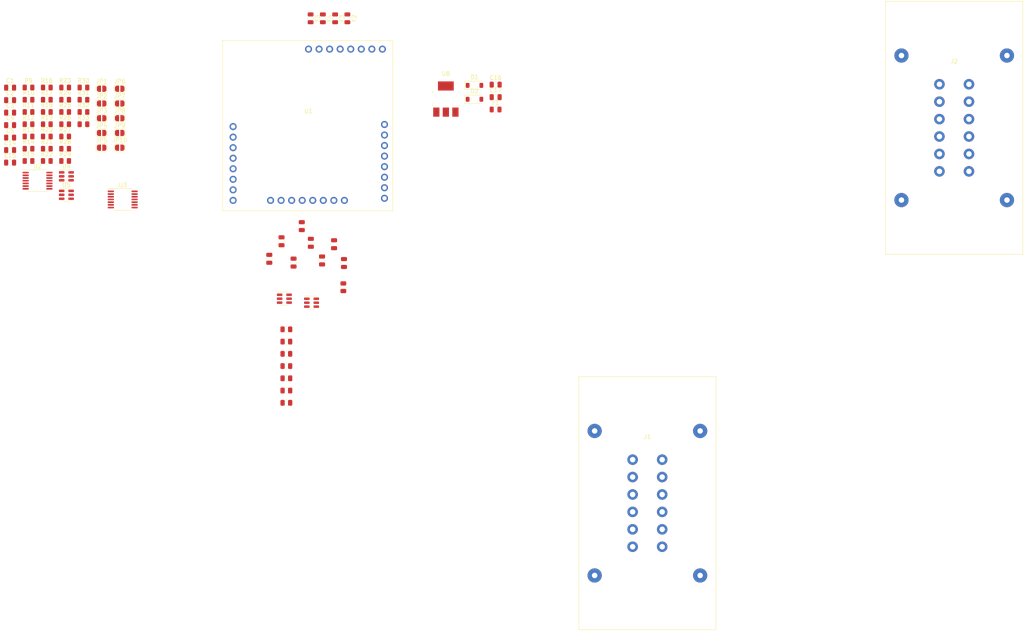
<source format=kicad_pcb>
(kicad_pcb (version 20221018) (generator pcbnew)
  (layers (0 "F.Cu" signal) (31 "B.Cu" signal) (34 "B.Paste" user) (35 "F.Paste" user) (36 "B.SilkS" user "B.Silkscreen") (37 "F.SilkS" user "F.Silkscreen") (38 "B.Mask" user) (39 "F.Mask" user) (44 "Edge.Cuts" user))
  (net 0 "")
  (net 1 "Net-(U4-IO1)")
  (net 2 "GND")
  (net 3 "Net-(U4-IO2)")
  (net 4 "Net-(U4-IO4)")
  (net 5 "Net-(U4-IO3)")
  (net 6 "Net-(U5-IO1)")
  (net 7 "/DigitalInputs/DI1")
  (net 8 "/DigitalInputs/DI2")
  (net 9 "/DigitalInputs/DI4")
  (net 10 "/DigitalInputs/DI3")
  (net 11 "/DigitalInputs/DI5")
  (net 12 "/DigitalInputs/DI6")
  (net 13 "/DigitalInputs/DI8")
  (net 14 "/DigitalInputs/DI7")
  (net 15 "+3.3V")
  (net 16 "+5V")
  (net 17 "+12V")
  (net 18 "Net-(D1-A)")
  (net 19 "+5VP")
  (net 20 "Net-(D2-A)")
  (net 21 "/DigitalOutputs/DO1_RAW")
  (net 22 "DO1")
  (net 23 "/DigitalOutputs/DO2_RAW")
  (net 24 "DO2")
  (net 25 "/DigitalOutputs/DO3_RAW")
  (net 26 "DO3")
  (net 27 "/DigitalOutputs/DO4_RAW")
  (net 28 "DO4")
  (net 29 "AI5_RAW")
  (net 30 "AI4_RAW")
  (net 31 "AI3_RAW")
  (net 32 "AI2_RAW")
  (net 33 "AI1_RAW")
  (net 34 "CANH")
  (net 35 "CANL")
  (net 36 "DI1_RAW")
  (net 37 "DI2_RAW")
  (net 38 "DI3_RAW")
  (net 39 "DI8_RAW")
  (net 40 "DI7_RAW")
  (net 41 "DI6_RAW")
  (net 42 "DI5_RAW")
  (net 43 "DI4_RAW")
  (net 44 "Net-(JP1-B)")
  (net 45 "Net-(JP2-B)")
  (net 46 "Net-(JP3-B)")
  (net 47 "Net-(JP4-B)")
  (net 48 "Net-(JP5-B)")
  (net 49 "Net-(JP6-A)")
  (net 50 "Net-(JP7-A)")
  (net 51 "Net-(JP8-A)")
  (net 52 "Net-(JP9-A)")
  (net 53 "Net-(JP10-A)")
  (net 54 "Net-(U2A-+)")
  (net 55 "Net-(U2B-+)")
  (net 56 "Net-(U2C-+)")
  (net 57 "Net-(U2D-+)")
  (net 58 "Net-(U3A-+)")
  (net 59 "/AnalogInputs/AI1")
  (net 60 "/AnalogInputs/AI2")
  (net 61 "/AnalogInputs/AI3")
  (net 62 "/AnalogInputs/AI4")
  (net 63 "/AnalogInputs/AI5")
  (footprint "Resistor_SMD:R_0805_2012Metric" (layer "F.Cu") (at -85.7044 -11.9376)
    (fp_text reference "R14" (at 0 -1.65) (layer "F.SilkS"))
    (fp_text value "470K")
    (pad "1" smd roundrect (at -0.9125 0) (size 1.025 1.4) (layers "F.Cu" "F.Paste" "F.Mask") (roundrect_rratio 0.243902) (net 53 "Net-(JP10-A)"))
    (pad "2" smd roundrect (at 0.9125 0) (size 1.025 1.4) (layers "F.Cu" "F.Paste" "F.Mask") (roundrect_rratio 0.243902) (net 2 "GND"))
  )
  (footprint "Fuse:Fuse_0805_2012Metric" (layer "F.Cu") (at -17.7872 -43.3601 -90)
    (fp_text reference "F5" (at 0 -1.65 90) (layer "F.SilkS"))
    (fp_text value "0.5A")
    (pad "1" smd roundrect (at -0.9375 0 270) (size 0.975 1.4) (layers "F.Cu" "F.Paste" "F.Mask") (net 27 "/DigitalOutputs/DO4_RAW"))
    (pad "2" smd roundrect (at 0.9375 0 270) (size 0.975 1.4) (layers "F.Cu" "F.Paste" "F.Mask") (net 28 "DO4"))
  )
  (footprint "Deutsch_DTM:TE_DTM15-12PA" (layer "F.Cu") (at 63.2968 73.4695)
    (fp_text reference "J1" (at 0 -16.002) (layer "F.SilkS"))
    (fp_text value "DTM12 A")
    (pad "" np_thru_hole circle (at -12.7 -17.4117) (size 3.429 3.429) (drill 1.3208) (layers "*.Cu" "*.Mask"))
    (pad "" np_thru_hole circle (at -12.7 17.4117) (size 3.429 3.429) (drill 1.3208) (layers "*.Cu" "*.Mask"))
    (pad "" np_thru_hole circle (at 12.7 -17.4117) (size 3.429 3.429) (drill 1.3208) (layers "*.Cu" "*.Mask"))
    (pad "" np_thru_hole circle (at 12.7 17.4117) (size 3.429 3.429) (drill 1.3208) (layers "*.Cu" "*.Mask"))
    (pad "1" thru_hole circle (at 3.556 10.4902) (size 2.54 2.54) (drill 1.3208) (layers "*.Cu" "*.Mask") (net 19 "+5VP"))
    (pad "2" thru_hole circle (at 3.556 6.2992) (size 2.54 2.54) (drill 1.3208) (layers "*.Cu" "*.Mask") (net 19 "+5VP"))
    (pad "3" thru_hole circle (at 3.556 2.0955) (size 2.54 2.54) (drill 1.3208) (layers "*.Cu" "*.Mask") (net 22 "DO1"))
    (pad "4" thru_hole circle (at 3.556 -2.0955) (size 2.54 2.54) (drill 1.3208) (layers "*.Cu" "*.Mask") (net 24 "DO2"))
    (pad "5" thru_hole circle (at 3.556 -6.2992) (size 2.54 2.54) (drill 1.3208) (layers "*.Cu" "*.Mask") (net 26 "DO3"))
    (pad "6" thru_hole circle (at 3.556 -10.4902) (size 2.54 2.54) (drill 1.3208) (layers "*.Cu" "*.Mask") (net 28 "DO4"))
    (pad "7" thru_hole circle (at -3.556 -10.4902) (size 2.54 2.54) (drill 1.3208) (layers "*.Cu" "*.Mask") (net 33 "AI1_RAW"))
    (pad "8" thru_hole circle (at -3.556 -6.2992) (size 2.54 2.54) (drill 1.3208) (layers "*.Cu" "*.Mask") (net 32 "AI2_RAW"))
    (pad "9" thru_hole circle (at -3.556 -2.0955) (size 2.54 2.54) (drill 1.3208) (layers "*.Cu" "*.Mask") (net 31 "AI3_RAW"))
    (pad "10" thru_hole circle (at -3.556 2.0955) (size 2.54 2.54) (drill 1.3208) (layers "*.Cu" "*.Mask") (net 30 "AI4_RAW"))
    (pad "11" thru_hole circle (at -3.556 6.2992) (size 2.54 2.54) (drill 1.3208) (layers "*.Cu" "*.Mask") (net 29 "AI5_RAW"))
    (pad "12" thru_hole circle (at -3.556 10.4902) (size 2.54 2.54) (drill 1.3208) (layers "*.Cu" "*.Mask") (net 2 "GND"))
  )
  (footprint "Resistor_SMD:R_0805_2012Metric" (layer "F.Cu") (at -72.4744 -17.8376)
    (fp_text reference "R33" (at 0 -1.65) (layer "F.SilkS"))
    (fp_text value "10K")
    (pad "1" smd roundrect (at -0.9125 0) (size 1.025 1.4) (layers "F.Cu" "F.Paste" "F.Mask") (roundrect_rratio 0.243902) (net 58 "Net-(U3A-+)"))
    (pad "2" smd roundrect (at 0.9125 0) (size 1.025 1.4) (layers "F.Cu" "F.Paste" "F.Mask") (roundrect_rratio 0.243902) (net 2 "GND"))
  )
  (footprint "Capacitor_SMD:C_0805_2012Metric" (layer "F.Cu") (at -17.7292 10.7188 -90)
    (fp_text reference "C10" hide)
    (fp_text value "100nF")
    (pad "1" smd roundrect (at -0.95 0 270) (size 1 1.45) (layers "F.Cu" "F.Paste" "F.Mask") (net 11 "/DigitalInputs/DI5"))
    (pad "2" smd roundrect (at 0.95 0 270) (size 1 1.45) (layers "F.Cu" "F.Paste" "F.Mask") (net 2 "GND"))
  )
  (footprint "Capacitor_SMD:C_0805_2012Metric" (layer "F.Cu") (at -15.0368 14.986 -90)
    (fp_text reference "C11" hide)
    (fp_text value "100nF")
    (pad "1" smd roundrect (at -0.95 0 270) (size 1 1.45) (layers "F.Cu" "F.Paste" "F.Mask") (net 12 "/DigitalInputs/DI6"))
    (pad "2" smd roundrect (at 0.95 0 270) (size 1 1.45) (layers "F.Cu" "F.Paste" "F.Mask") (net 2 "GND"))
  )
  (footprint "Resistor_SMD:R_0805_2012Metric" (layer "F.Cu") (at -23.6239 49.2796)
    (fp_text reference "R7" hide)
    (fp_text value "4.7K")
    (pad "1" smd roundrect (at -0.9125 0) (size 1.025 1.4) (layers "F.Cu" "F.Paste" "F.Mask") (roundrect_rratio 0.243902) (net 40 "DI7_RAW"))
    (pad "2" smd roundrect (at 0.9125 0) (size 1.025 1.4) (layers "F.Cu" "F.Paste" "F.Mask") (roundrect_rratio 0.243902) (net 14 "/DigitalInputs/DI7"))
  )
  (footprint "Capacitor_SMD:C_0805_2012Metric" (layer "F.Cu") (at -24.7904 10.3632 -90)
    (fp_text reference "C7" hide)
    (fp_text value "100nF")
    (pad "1" smd roundrect (at -0.95 0 270) (size 1 1.45) (layers "F.Cu" "F.Paste" "F.Mask") (net 8 "/DigitalInputs/DI2"))
    (pad "2" smd roundrect (at 0.95 0 270) (size 1 1.45) (layers "F.Cu" "F.Paste" "F.Mask") (net 2 "GND"))
  )
  (footprint "Resistor_SMD:R_0805_2012Metric" (layer "F.Cu") (at -72.4744 -26.6876)
    (fp_text reference "R30" (at 0 -1.65) (layer "F.SilkS"))
    (fp_text value "10K")
    (pad "1" smd roundrect (at -0.9125 0) (size 1.025 1.4) (layers "F.Cu" "F.Paste" "F.Mask") (roundrect_rratio 0.243902) (net 55 "Net-(U2B-+)"))
    (pad "2" smd roundrect (at 0.9125 0) (size 1.025 1.4) (layers "F.Cu" "F.Paste" "F.Mask") (roundrect_rratio 0.243902) (net 2 "GND"))
  )
  (footprint "Resistor_SMD:R_0805_2012Metric" (layer "F.Cu") (at -76.8844 -20.7876)
    (fp_text reference "R25" (at 0 -1.65) (layer "F.SilkS"))
    (fp_text value "4.7K")
    (pad "1" smd roundrect (at -0.9125 0) (size 1.025 1.4) (layers "F.Cu" "F.Paste" "F.Mask") (roundrect_rratio 0.243902) (net 3 "Net-(U4-IO2)"))
    (pad "2" smd roundrect (at 0.9125 0) (size 1.025 1.4) (layers "F.Cu" "F.Paste" "F.Mask") (roundrect_rratio 0.243902) (net 55 "Net-(U2B-+)"))
  )
  (footprint "Resistor_SMD:R_0805_2012Metric" (layer "F.Cu") (at -85.7044 -14.8876)
    (fp_text reference "R13" (at 0 -1.65) (layer "F.SilkS"))
    (fp_text value "2.7K")
    (pad "1" smd roundrect (at -0.9125 0) (size 1.025 1.4) (layers "F.Cu" "F.Paste" "F.Mask") (roundrect_rratio 0.243902) (net 16 "+5V"))
    (pad "2" smd roundrect (at 0.9125 0) (size 1.025 1.4) (layers "F.Cu" "F.Paste" "F.Mask") (roundrect_rratio 0.243902) (net 48 "Net-(JP5-B)"))
  )
  (footprint "Jumper:SolderJumper-2_P1.3mm_Open_RoundedPad1.0x1.5mm" (layer "F.Cu") (at -63.7444 -26.3876)
    (fp_text reference "JP6" (at 0 -1.8) (layer "F.SilkS"))
    (fp_text value "SolderJumper_2_Open")
    (pad "1" smd custom (at -0.65 0) (size 1 0.5) (layers "F.Cu" "F.Mask") (net 49 "Net-(JP6-A)") (options (clearance outline) (anchor rect)) (primitives (gr_circle (center 0 0.25) (end 0.5 0.25) (width 0) (fill yes)) (gr_circle (center 0 -0.25) (end 0.5 -0.25) (width 0) (fill yes)) (gr_poly (pts (xy 0.5 0.75) (xy 0 0.75) (xy 0 -0.75) (xy 0.5 -0.75)) (width 0) (fill yes))))
    (pad "2" smd custom (at 0.65 0) (size 1 0.5) (layers "F.Cu" "F.Mask") (net 33 "AI1_RAW") (options (clearance outline) (anchor rect)) (primitives (gr_circle (center 0 0.25) (end 0.5 0.25) (width 0) (fill yes)) (gr_circle (center 0 -0.25) (end 0.5 -0.25) (width 0) (fill yes)) (gr_poly (pts (xy 0 0.75) (xy -0.5 0.75) (xy -0.5 -0.75) (xy 0 -0.75)) (width 0) (fill yes))))
  )
  (footprint "Resistor_SMD:R_0805_2012Metric" (layer "F.Cu") (at -76.8844 -11.9376)
    (fp_text reference "R28" (at 0 -1.65) (layer "F.SilkS"))
    (fp_text value "4.7K")
    (pad "1" smd roundrect (at -0.9125 0) (size 1.025 1.4) (layers "F.Cu" "F.Paste" "F.Mask") (roundrect_rratio 0.243902) (net 6 "Net-(U5-IO1)"))
    (pad "2" smd roundrect (at 0.9125 0) (size 1.025 1.4) (layers "F.Cu" "F.Paste" "F.Mask") (roundrect_rratio 0.243902) (net 58 "Net-(U3A-+)"))
  )
  (footprint "Capacitor_SMD:C_0805_2012Metric" (layer "F.Cu") (at -90.1344 -23.6476)
    (fp_text reference "C2" (at 0 -1.68) (layer "F.SilkS"))
    (fp_text value "100nF")
    (pad "1" smd roundrect (at -0.95 0) (size 1 1.45) (layers "F.Cu" "F.Paste" "F.Mask") (net 3 "Net-(U4-IO2)"))
    (pad "2" smd roundrect (at 0.95 0) (size 1 1.45) (layers "F.Cu" "F.Paste" "F.Mask") (net 2 "GND"))
  )
  (footprint "Resistor_SMD:R_0805_2012Metric" (layer "F.Cu") (at -85.7044 -26.6876)
    (fp_text reference "R9" (at 0 -1.65) (layer "F.SilkS"))
    (fp_text value "2.7K")
    (pad "1" smd roundrect (at -0.9125 0) (size 1.025 1.4) (layers "F.Cu" "F.Paste" "F.Mask") (roundrect_rratio 0.243902) (net 16 "+5V"))
    (pad "2" smd roundrect (at 0.9125 0) (size 1.025 1.4) (layers "F.Cu" "F.Paste" "F.Mask") (roundrect_rratio 0.243902) (net 44 "Net-(JP1-B)"))
  )
  (footprint "Resistor_SMD:R_0805_2012Metric" (layer "F.Cu") (at -81.2944 -11.9376)
    (fp_text reference "R21" (at 0 -1.65) (layer "F.SilkS"))
    (fp_text value "10K")
    (pad "1" smd roundrect (at -0.9125 0) (size 1.025 1.4) (layers "F.Cu" "F.Paste" "F.Mask") (roundrect_rratio 0.243902) (net 31 "AI3_RAW"))
    (pad "2" smd roundrect (at 0.9125 0) (size 1.025 1.4) (layers "F.Cu" "F.Paste" "F.Mask") (roundrect_rratio 0.243902) (net 4 "Net-(U4-IO4)"))
  )
  (footprint "Package_SO:TSSOP-14_4.4x5mm_P0.65mm" (layer "F.Cu") (at -83.5344 -4.2376)
    (fp_text reference "U2" (at 0 -3.45) (layer "F.SilkS"))
    (fp_text value "LM324")
    (pad "1" smd roundrect (at -2.8625 -1.95) (size 1.475 0.4) (layers "F.Cu" "F.Paste" "F.Mask") (net 59 "/AnalogInputs/AI1"))
    (pad "2" smd roundrect (at -2.8625 -1.3) (size 1.475 0.4) (layers "F.Cu" "F.Paste" "F.Mask") (net 59 "/AnalogInputs/AI1"))
    (pad "3" smd roundrect (at -2.8625 -0.65) (size 1.475 0.4) (layers "F.Cu" "F.Paste" "F.Mask") (net 54 "Net-(U2A-+)"))
    (pad "4" smd roundrect (at -2.8625 0) (size 1.475 0.4) (layers "F.Cu" "F.Paste" "F.Mask") (net 15 "+3.3V"))
    (pad "5" smd roundrect (at -2.8625 0.65) (size 1.475 0.4) (layers "F.Cu" "F.Paste" "F.Mask") (net 55 "Net-(U2B-+)"))
    (pad "6" smd roundrect (at -2.8625 1.3) (size 1.475 0.4) (layers "F.Cu" "F.Paste" "F.Mask") (net 60 "/AnalogInputs/AI2"))
    (pad "7" smd roundrect (at -2.8625 1.95) (size 1.475 0.4) (layers "F.Cu" "F.Paste" "F.Mask") (net 60 "/AnalogInputs/AI2"))
    (pad "8" smd roundrect (at 2.8625 1.95) (size 1.475 0.4) (layers "F.Cu" "F.Paste" "F.Mask") (net 61 "/AnalogInputs/AI3"))
    (pad "9" smd roundrect (at 2.8625 1.3) (size 1.475 0.4) (layers "F.Cu" "F.Paste" "F.Mask") (net 61 "/AnalogInputs/AI3"))
    (pad "10" smd roundrect (at 2.8625 0.65) (size 1.475 0.4) (layers "F.Cu" "F.Paste" "F.Mask") (net 56 "Net-(U2C-+)"))
    (pad "11" smd roundrect (at 2.8625 0) (size 1.475 0.4) (layers "F.Cu" "F.Paste" "F.Mask") (net 2 "GND"))
    (pad "12" smd roundrect (at 2.8625 -0.65) (size 1.475 0.4) (layers "F.Cu" "F.Paste" "F.Mask") (net 57 "Net-(U2D-+)"))
    (pad "13" smd roundrect (at 2.8625 -1.3) (size 1.475 0.4) (layers "F.Cu" "F.Paste" "F.Mask") (net 62 "/AnalogInputs/AI4"))
    (pad "14" smd roundrect (at 2.8625 -1.95) (size 1.475 0.4) (layers "F.Cu" "F.Paste" "F.Mask") (net 62 "/AnalogInputs/AI4"))
  )
  (footprint "Capacitor_SMD:C_0805_2012Metric" (layer "F.Cu") (at 26.7639 -24.3668)
    (fp_text reference "C17" (at 0 -1.68) (layer "F.SilkS"))
    (fp_text value "10uF")
    (pad "1" smd roundrect (at -0.95 0) (size 1 1.45) (layers "F.Cu" "F.Paste" "F.Mask") (net 15 "+3.3V"))
    (pad "2" smd roundrect (at 0.95 0) (size 1 1.45) (layers "F.Cu" "F.Paste" "F.Mask") (net 2 "GND"))
  )
  (footprint "Capacitor_SMD:C_0805_2012Metric" (layer "F.Cu") (at -12.1412 11.0744 90)
    (fp_text reference "C13" hide)
    (fp_text value "100nF" hide)
    (pad "1" smd roundrect (at -0.95 0 90) (size 1 1.45) (layers "F.Cu" "F.Paste" "F.Mask") (net 2 "GND"))
    (pad "2" smd roundrect (at 0.95 0 90) (size 1 1.45) (layers "F.Cu" "F.Paste" "F.Mask") (net 14 "/DigitalInputs/DI7"))
  )
  (footprint "Capacitor_SMD:C_0805_2012Metric" (layer "F.Cu") (at -90.1344 -20.6376)
    (fp_text reference "C3" (at 0 -1.68) (layer "F.SilkS"))
    (fp_text value "100nF")
    (pad "1" smd roundrect (at -0.95 0) (size 1 1.45) (layers "F.Cu" "F.Paste" "F.Mask") (net 4 "Net-(U4-IO4)"))
    (pad "2" smd roundrect (at 0.95 0) (size 1 1.45) (layers "F.Cu" "F.Paste" "F.Mask") (net 2 "GND"))
  )
  (footprint "Capacitor_SMD:C_0805_2012Metric" (layer "F.Cu") (at -90.1344 -8.5976)
    (fp_text reference "C15" (at 0 -1.68) (layer "F.SilkS"))
    (fp_text value "100nF")
    (pad "1" smd roundrect (at -0.95 0) (size 1 1.45) (layers "F.Cu" "F.Paste" "F.Mask") (net 15 "+3.3V"))
    (pad "2" smd roundrect (at 0.95 0) (size 1 1.45) (layers "F.Cu" "F.Paste" "F.Mask") (net 2 "GND"))
  )
  (footprint "Diode_SMD:D_SOD-123" (layer "F.Cu") (at 21.6689 -27.2068)
    (fp_text reference "D1" (at 0 -2) (layer "F.SilkS"))
    (fp_text value "Schottky")
    (pad "1" smd roundrect (at -1.65 0) (size 0.9 1.2) (layers "F.Cu" "F.Paste" "F.Mask") (net 17 "+12V"))
    (pad "2" smd roundrect (at 1.65 0) (size 0.9 1.2) (layers "F.Cu" "F.Paste" "F.Mask") (net 18 "Net-(D1-A)"))
  )
  (footprint "Jumper:SolderJumper-2_P1.3mm_Open_RoundedPad1.0x1.5mm" (layer "F.Cu") (at -68.0944 -12.1876)
    (fp_text reference "JP5" (at 0 -1.8) (layer "F.SilkS"))
    (fp_text value "SolderJumper_2_Open")
    (pad "1" smd custom (at -0.65 0) (size 1 0.5) (layers "F.Cu" "F.Mask") (net 29 "AI5_RAW") (options (clearance outline) (anchor rect)) (primitives (gr_circle (center 0 0.25) (end 0.5 0.25) (width 0) (fill yes)) (gr_circle (center 0 -0.25) (end 0.5 -0.25) (width 0) (fill yes)) (gr_poly (pts (xy 0.5 0.75) (xy 0 0.75) (xy 0 -0.75) (xy 0.5 -0.75)) (width 0) (fill yes))))
    (pad "2" smd custom (at 0.65 0) (size 1 0.5) (layers "F.Cu" "F.Mask") (net 48 "Net-(JP5-B)") (options (clearance outline) (anchor rect)) (primitives (gr_circle (center 0 0.25) (end 0.5 0.25) (width 0) (fill yes)) (gr_circle (center 0 -0.25) (end 0.5 -0.25) (width 0) (fill yes)) (gr_poly (pts (xy 0 0.75) (xy -0.5 0.75) (xy -0.5 -0.75) (xy 0 -0.75)) (width 0) (fill yes))))
  )
  (footprint "Resistor_SMD:R_0805_2012Metric" (layer "F.Cu") (at -23.6239 43.3796)
    (fp_text reference "R5" hide)
    (fp_text value "4.7K")
    (pad "1" smd roundrect (at -0.9125 0) (size 1.025 1.4) (layers "F.Cu" "F.Paste" "F.Mask") (roundrect_rratio 0.243902) (net 42 "DI5_RAW"))
    (pad "2" smd roundrect (at 0.9125 0) (size 1.025 1.4) (layers "F.Cu" "F.Paste" "F.Mask") (roundrect_rratio 0.243902) (net 11 "/DigitalInputs/DI5"))
  )
  (footprint "Jumper:SolderJumper-2_P1.3mm_Open_RoundedPad1.0x1.5mm" (layer "F.Cu") (at -63.7444 -19.2876)
    (fp_text reference "JP8" (at 0 -1.8) (layer "F.SilkS"))
    (fp_text value "SolderJumper_2_Open")
    (pad "1" smd custom (at -0.65 0) (size 1 0.5) (layers "F.Cu" "F.Mask") (net 51 "Net-(JP8-A)") (options (clearance outline) (anchor rect)) (primitives (gr_circle (center 0 0.25) (end 0.5 0.25) (width 0) (fill yes)) (gr_circle (center 0 -0.25) (end 0.5 -0.25) (width 0) (fill yes)) (gr_poly (pts (xy 0.5 0.75) (xy 0 0.75) (xy 0 -0.75) (xy 0.5 -0.75)) (width 0) (fill yes))))
    (pad "2" smd custom (at 0.65 0) (size 1 0.5) (layers "F.Cu" "F.Mask") (net 31 "AI3_RAW") (options (clearance outline) (anchor rect)) (primitives (gr_circle (center 0 0.25) (end 0.5 0.25) (width 0) (fill yes)) (gr_circle (center 0 -0.25) (end 0.5 -0.25) (width 0) (fill yes)) (gr_poly (pts (xy 0 0.75) (xy -0.5 0.75) (xy -0.5 -0.75) (xy 0 -0.75)) (width 0) (fill yes))))
  )
  (footprint "Jumper:SolderJumper-2_P1.3mm_Open_RoundedPad1.0x1.5mm" (layer "F.Cu") (at -68.0944 -22.8376)
    (fp_text reference "JP2" (at 0 -1.8) (layer "F.SilkS"))
    (fp_text value "SolderJumper_2_Open")
    (pad "1" smd custom (at -0.65 0) (size 1 0.5) (layers "F.Cu" "F.Mask") (net 32 "AI2_RAW") (options (clearance outline) (anchor rect)) (primitives (gr_circle (center 0 0.25) (end 0.5 0.25) (width 0) (fill yes)) (gr_circle (center 0 -0.25) (end 0.5 -0.25) (width 0) (fill yes)) (gr_poly (pts (xy 0.5 0.75) (xy 0 0.75) (xy 0 -0.75) (xy 0.5 -0.75)) (width 0) (fill yes))))
    (pad "2" smd custom (at 0.65 0) (size 1 0.5) (layers "F.Cu" "F.Mask") (net 45 "Net-(JP2-B)") (options (clearance outline) (anchor rect)) (primitives (gr_circle (center 0 0.25) (end 0.5 0.25) (width 0) (fill yes)) (gr_circle (center 0 -0.25) (end 0.5 -0.25) (width 0) (fill yes)) (gr_poly (pts (xy 0 0.75) (xy -0.5 0.75) (xy -0.5 -0.75) (xy 0 -0.75)) (width 0) (fill yes))))
  )
  (footprint "Jumper:SolderJumper-2_P1.3mm_Open_RoundedPad1.0x1.5mm" (layer "F.Cu") (at -68.0944 -26.3876)
    (fp_text reference "JP1" (at 0 -1.8) (layer "F.SilkS"))
    (fp_text value "SolderJumper_2_Open")
    (pad "1" smd custom (at -0.65 0) (size 1 0.5) (layers "F.Cu" "F.Mask") (net 33 "AI1_RAW") (options (clearance outline) (anchor rect)) (primitives (gr_circle (center 0 0.25) (end 0.5 0.25) (width 0) (fill yes)) (gr_circle (center 0 -0.25) (end 0.5 -0.25) (width 0) (fill yes)) (gr_poly (pts (xy 0.5 0.75) (xy 0 0.75) (xy 0 -0.75) (xy 0.5 -0.75)) (width 0) (fill yes))))
    (pad "2" smd custom (at 0.65 0) (size 1 0.5) (layers "F.Cu" "F.Mask") (net 44 "Net-(JP1-B)") (options (clearance outline) (anchor rect)) (primitives (gr_circle (center 0 0.25) (end 0.5 0.25) (width 0) (fill yes)) (gr_circle (center 0 -0.25) (end 0.5 -0.25) (width 0) (fill yes)) (gr_poly (pts (xy 0 0.75) (xy -0.5 0.75) (xy -0.5 -0.75) (xy 0 -0.75)) (width 0) (fill yes))))
  )
  (footprint "Jumper:SolderJumper-2_P1.3mm_Open_RoundedPad1.0x1.5mm" (layer "F.Cu") (at -68.0944 -19.2876)
    (fp_text reference "JP3" (at 0 -1.8) (layer "F.SilkS"))
    (fp_text value "SolderJumper_2_Open")
    (pad "1" smd custom (at -0.65 0) (size 1 0.5) (layers "F.Cu" "F.Mask") (net 31 "AI3_RAW") (options (clearance outline) (anchor rect)) (primitives (gr_circle (center 0 0.25) (end 0.5 0.25) (width 0) (fill yes)) (gr_circle (center 0 -0.25) (end 0.5 -0.25) (width 0) (fill yes)) (gr_poly (pts (xy 0.5 0.75) (xy 0 0.75) (xy 0 -0.75) (xy 0.5 -0.75)) (width 0) (fill yes))))
    (pad "2" smd custom (at 0.65 0) (size 1 0.5) (layers "F.Cu" "F.Mask") (net 46 "Net-(JP3-B)") (options (clearance outline) (anchor rect)) (primitives (gr_circle (center 0 0.25) (end 0.5 0.25) (width 0) (fill yes)) (gr_circle (center 0 -0.25) (end 0.5 -0.25) (width 0) (fill yes)) (gr_poly (pts (xy 0 0.75) (xy -0.5 0.75) (xy -0.5 -0.75) (xy 0 -0.75)) (width 0) (fill yes))))
  )
  (footprint "Resistor_SMD:R_0805_2012Metric" (layer "F.Cu") (at -23.6239 46.3296)
    (fp_text reference "R6" hide)
    (fp_text value "4.7K")
    (pad "1" smd roundrect (at -0.9125 0) (size 1.025 1.4) (layers "F.Cu" "F.Paste" "F.Mask") (roundrect_rratio 0.243902) (net 41 "DI6_RAW"))
    (pad "2" smd roundrect (at 0.9125 0) (size 1.025 1.4) (layers "F.Cu" "F.Paste" "F.Mask") (roundrect_rratio 0.243902) (net 12 "/DigitalInputs/DI6"))
  )
  (footprint "Capacitor_SMD:C_0805_2012Metric" (layer "F.Cu") (at -90.1344 -11.6076)
    (fp_text reference "C14" (at 0 -1.68) (layer "F.SilkS"))
    (fp_text value "100nF")
    (pad "1" smd roundrect (at -0.95 0) (size 1 1.45) (layers "F.Cu" "F.Paste" "F.Mask") (net 15 "+3.3V"))
    (pad "2" smd roundrect (at 0.95 0) (size 1 1.45) (layers "F.Cu" "F.Paste" "F.Mask") (net 2 "GND"))
  )
  (footprint "Resistor_SMD:R_0805_2012Metric" (layer "F.Cu") (at -76.8844 -23.7376)
    (fp_text reference "R24" (at 0 -1.65) (layer "F.SilkS"))
    (fp_text value "4.7K")
    (pad "1" smd roundrect (at -0.9125 0) (size 1.025 1.4) (layers "F.Cu" "F.Paste" "F.Mask") (roundrect_rratio 0.243902) (net 1 "Net-(U4-IO1)"))
    (pad "2" smd roundrect (at 0.9125 0) (size 1.025 1.4) (layers "F.Cu" "F.Paste" "F.Mask") (roundrect_rratio 0.243902) (net 54 "Net-(U2A-+)"))
  )
  (footprint "Resistor_SMD:R_0805_2012Metric" (layer "F.Cu") (at -85.7044 -20.7876)
    (fp_text reference "R11" (at 0 -1.65) (layer "F.SilkS"))
    (fp_text value "2.7K")
    (pad "1" smd roundrect (at -0.9125 0) (size 1.025 1.4) (layers "F.Cu" "F.Paste" "F.Mask") (roundrect_rratio 0.243902) (net 16 "+5V"))
    (pad "2" smd roundrect (at 0.9125 0) (size 1.025 1.4) (layers "F.Cu" "F.Paste" "F.Mask") (roundrect_rratio 0.243902) (net 46 "Net-(JP3-B)"))
  )
  (footprint "Resistor_SMD:R_0805_2012Metric" (layer "F.Cu") (at -23.6239 31.5796)
    (fp_text reference "R1" hide)
    (fp_text value "4.7K")
    (pad "1" smd roundrect (at -0.9125 0) (size 1.025 1.4) (layers "F.Cu" "F.Paste" "F.Mask") (roundrect_rratio 0.243902) (net 36 "DI1_RAW"))
    (pad "2" smd roundrect (at 0.9125 0) (size 1.025 1.4) (layers "F.Cu" "F.Paste" "F.Mask") (roundrect_rratio 0.243902) (net 7 "/DigitalInputs/DI1"))
  )
  (footprint "Capacitor_SMD:C_0805_2012Metric" (layer "F.Cu") (at 26.7639 -27.3768)
    (fp_text reference "C16" (at 0 -1.68) (layer "F.SilkS"))
    (fp_text value "100nF")
    (pad "1" smd roundrect (at -0.95 0) (size 1 1.45) (layers "F.Cu" "F.Paste" "F.Mask") (net 16 "+5V"))
    (pad "2" smd roundrect (at 0.95 0) (size 1 1.45) (layers "F.Cu" "F.Paste" "F.Mask") (net 2 "GND"))
  )
  (footprint "Resistor_SMD:R_0805_2012Metric" (layer "F.Cu") (at -72.4744 -20.7876)
    (fp_text reference "R32" (at 0 -1.65) (layer "F.SilkS"))
    (fp_text value "10K")
    (pad "1" smd roundrect (at -0.9125 0) (size 1.025 1.4) (layers "F.Cu" "F.Paste" "F.Mask") (roundrect_rratio 0.243902) (net 57 "Net-(U2D-+)"))
    (pad "2" smd roundrect (at 0.9125 0) (size 1.025 1.4) (layers "F.Cu" "F.Paste" "F.Mask") (roundrect_rratio 0.243902) (net 2 "GND"))
  )
  (footprint "Package_TO_SOT_SMD:SOT-23-6" (layer "F.Cu") (at -76.5844 -0.8376)
    (fp_text reference "U5" (at 0 -2.4) (layer "F.SilkS"))
    (fp_text value "SRV05-4")
    (pad "1" smd roundrect (at -1.1375 -0.95) (size 1.325 0.6) (layers "F.Cu" "F.Paste" "F.Mask") (net 6 "Net-(U5-IO1)"))
    (pad "2" smd roundrect (at -1.1375 0) (size 1.325 0.6) (layers "F.Cu" "F.Paste" "F.Mask") (net 2 "GND"))
    (pad "3" smd roundrect (at -1.1375 0.95) (size 1.325 0.6) (layers "F.Cu" "F.Paste" "F.Mask"))
    (pad "4" smd roundrect (at 1.1375 0.95) (size 1.325 0.6) (layers "F.Cu" "F.Paste" "F.Mask"))
    (pad "5" smd roundrect (at 1.1375 0) (size 1.325 0.6) (layers "F.Cu" "F.Paste" "F.Mask") (net 16 "+5V"))
    (pad "6" smd roundrect (at 1.1375 -0.95) (size 1.325 0.6) (layers "F.Cu" "F.Paste" "F.Mask"))
  )
  (footprint "Diode_SMD:D_SOD-123" (layer "F.Cu") (at 21.6689 -23.8568)
    (fp_text reference "D2" (at 0 -2) (layer "F.SilkS"))
    (fp_text value "Schottky")
    (pad "1" smd roundrect (at -1.65 0) (size 0.9 1.2) (layers "F.Cu" "F.Paste" "F.Mask") (net 19 "+5VP"))
    (pad "2" smd roundrect (at 1.65 0) (size 0.9 1.2) (layers "F.Cu" "F.Paste" "F.Mask") (net 20 "Net-(D2-A)"))
  )
  (footprint "Fuse:Fuse_0805_2012Metric" (layer "F.Cu") (at 26.7439 -21.3868)
    (fp_text reference "F1" (at 0 -1.65) (layer "F.SilkS"))
    (fp_text value "0.5A")
    (pad "1" smd roundrect (at -0.9375 0) (size 0.975 1.4) (layers "F.Cu" "F.Paste" "F.Mask") (net 16 "+5V"))
    (pad "2" smd roundrect (at 0.9375 0) (size 0.975 1.4) (layers "F.Cu" "F.Paste" "F.Mask") (net 20 "Net-(D2-A)"))
  )
  (footprint "Resistor_SMD:R_0805_2012Metric" (layer "F.Cu") (at -72.4744 -23.7376)
    (fp_text reference "R31" (at 0 -1.65) (layer "F.SilkS"))
    (fp_text value "10K")
    (pad "1" smd roundrect (at -0.9125 0) (size 1.025 1.4) (layers "F.Cu" "F.Paste" "F.Mask") (roundrect_rratio 0.243902) (net 56 "Net-(U2C-+)"))
    (pad "2" smd roundrect (at 0.9125 0) (size 1.025 1.4) (layers "F.Cu" "F.Paste" "F.Mask") (roundrect_rratio 0.243902) (net 2 "GND"))
  )
  (footprint "Resistor_SMD:R_0805_2012Metric" (layer "F.Cu") (at -23.6239 40.4296)
    (fp_text reference "R4" hide)
    (fp_text value "4.7K")
    (pad "1" smd roundrect (at -0.9125 0) (size 1.025 1.4) (layers "F.Cu" "F.Paste" "F.Mask") (roundrect_rratio 0.243902) (net 43 "DI4_RAW"))
    (pad "2" smd roundrect (at 0.9125 0) (size 1.025 1.4) (layers "F.Cu" "F.Paste" "F.Mask") (roundrect_rratio 0.243902) (net 9 "/DigitalInputs/DI4"))
  )
  (footprint "Package_TO_SOT_SMD:SOT-23-6" (layer "F.Cu") (at -76.5844 -5.2876)
    (fp_text reference "U4" (at 0 -2.4) (layer "F.SilkS"))
    (fp_text value "SRV05-4")
    (pad "1" smd roundrect (at -1.1375 -0.95) (size 1.325 0.6) (layers "F.Cu" "F.Paste" "F.Mask") (net 1 "Net-(U4-IO1)"))
    (pad "2" smd roundrect (at -1.1375 0) (size 1.325 0.6) (layers "F.Cu" "F.Paste" "F.Mask") (net 2 "GND"))
    (pad "3" smd roundrect (at -1.1375 0.95) (size 1.325 0.6) (layers "F.Cu" "F.Paste" "F.Mask") (net 3 "Net-(U4-IO2)"))
    (pad "4" smd roundrect (at 1.1375 0.95) (size 1.325 0.6) (layers "F.Cu" "F.Paste" "F.Mask") (net 5 "Net-(U4-IO3)"))
    (pad "5" smd roundrect (at 1.1375 0) (size 1.325 0.6) (layers "F.Cu" "F.Paste" "F.Mask") (net 16 "+5V"))
    (pad "6" smd roundrect (at 1.1375 -0.95) (size 1.325 0.6) (layers "F.Cu" "F.Paste" "F.Mask") (net 4 "Net-(U4-IO4)"))
  )
  (footprint "Resistor_SMD:R_0805_2012Metric" (layer "F.Cu") (at -81.2944 -8.9876)
    (fp_text reference "R22" (at 0 -1.65) (layer "F.SilkS"))
    (fp_text value "10K")
    (pad "1" smd roundrect (at -0.9125 0) (size 1.025 1.4) (layers "F.Cu" "F.Paste" "F.Mask") (roundrect_rratio 0.243902) (net 30 "AI4_RAW"))
    (pad "2" smd roundrect (at 0.9125 0) (size 1.025 1.4) (layers "F.Cu" "F.Paste" "F.Mask") (roundrect_rratio 0.243902) (net 5 "Net-(U4-IO3)"))
  )
  (footprint "Capacitor_SMD:C_0805_2012Metric" (layer "F.Cu") (at -27.7368 14.5796 -90)
    (fp_text reference "C6" hide)
    (fp_text value "100nF")
    (pad "1" smd roundrect (at -0.95 0 270) (size 1 1.45) (layers "F.Cu" "F.Paste" "F.Mask") (net 7 "/DigitalInputs/DI1"))
    (pad "2" smd roundrect (at 0.95 0 270) (size 1 1.45) (layers "F.Cu" "F.Paste" "F.Mask") (net 2 "GND"))
  )
  (footprint "Fuse:Fuse_0805_2012Metric" (layer "F.Cu") (at -8.9372 -43.3601 -90)
    (fp_text reference "F2" (at 0 -1.65 90) (layer "F.SilkS"))
    (fp_text value "0.5A")
    (pad "1" smd roundrect (at -0.9375 0 270) (size 0.975 1.4) (layers "F.Cu" "F.Paste" "F.Mask") (net 21 "/DigitalOutputs/DO1_RAW"))
    (pad "2" smd roundrect (at 0.9375 0 270) (size 0.975 1.4) (layers "F.Cu" "F.Paste" "F.Mask") (net 22 "DO1"))
  )
  (footprint "CANBoard:CANBoard_v2_NoMountingHoles" (layer "F.Cu") (at 0 0)
    (fp_text reference "U1" (at -18.3 -21) (layer "F.SilkS"))
    (fp_text value "CANBoard_v2")
    (pad "A1" thru_hole circle (at 0 -17.78) (size 1.7 1.7) (drill 1) (layers "*.Cu" "*.Mask") (net 34 "CANH"))
    (pad "A2" thru_hole circle (at 0 -15.24) (size 1.7 1.7) (drill 1) (layers "*.Cu" "*.Mask") (net 35 "CANL"))
    (pad "A3" thru_hole circle (at 0 -12.7) (size 1.7 1.7) (drill 1) (layers "*.Cu" "*.Mask") (net 2 "GND"))
    (pad "A4" thru_hole circle (at 0 -10.16) (size 1.7 1.7) (drill 1) (layers "*.Cu" "*.Mask") (net 2 "GND"))
    (pad "A5" thru_hole circle (at 0 -7.62) (size 1.7 1.7) (drill 1) (layers "*.Cu" "*.Mask") (net 17 "+12V"))
    (pad "A6" thru_hole circle (at 0 -5.08) (size 1.7 1.7) (drill 1) (layers "*.Cu" "*.Mask") (net 2 "GND"))
    (pad "A7" thru_hole circle (at 0 -2.54) (size 1.7 1.7) (drill 1) (layers "*.Cu" "*.Mask") (net 2 "GND"))
    (pad "A8" thru_hole circle (at 0 0) (size 1.7 1.7) (drill 1) (layers "*.Cu" "*.Mask") (net 2 "GND"))
    (pad "B1" thru_hole circle (at -27.432 0.508) (size 1.7 1.7) (drill 1) (layers "*.Cu" "*.Mask") (net 7 "/DigitalInputs/DI1"))
    (pad "B2" thru_hole circle (at -24.892 0.508) (size 1.7 1.7) (drill 1) (layers "*.Cu" "*.Mask") (net 8 "/DigitalInputs/DI2"))
    (pad "B3" thru_hole circle (at -22.352 0.508) (size 1.7 1.7) (drill 1) (layers "*.Cu" "*.Mask") (net 10 "/DigitalInputs/DI3"))
    (pad "B4" thru_hole circle (at -19.812 0.508) (size 1.7 1.7) (drill 1) (layers "*.Cu" "*.Mask") (net 9 "/DigitalInputs/DI4"))
    (pad "B5" thru_hole circle (at -17.272 0.508) (size 1.7 1.7) (drill 1) (layers "*.Cu" "*.Mask") (net 11 "/DigitalInputs/DI5"))
    (pad "B6" thru_hole circle (at -14.732 0.508) (size 1.7 1.7) (drill 1) (layers "*.Cu" "*.Mask") (net 12 "/DigitalInputs/DI6"))
    (pad "B7" thru_hole circle (at -12.192 0.508) (size 1.7 1.7) (drill 1) (layers "*.Cu" "*.Mask") (net 14 "/DigitalInputs/DI7"))
    (pad "B8" thru_hole circle (at -9.652 0.508) (size 1.7 1.7) (drill 1) (layers "*.Cu" "*.Mask") (net 13 "/DigitalInputs/DI8"))
    (pad "C1" thru_hole circle (at -36.449 -17.272) (size 1.7 1.7) (drill 1) (layers "*.Cu" "*.Mask") (net 16 "+5V"))
    (pad "C2" thru_hole circle (at -36.449 -14.732) (size 1.7 1.7) (drill 1) (layers "*.Cu" "*.Mask") (net 59 "/AnalogInputs/AI1"))
    (pad "C3" thru_hole circle (at -36.449 -12.192) (size 1.7 1.7) (drill 1) (layers "*.Cu" "*.Mask") (net 60 "/AnalogInputs/AI2"))
    (pad "C4" thru_hole circle (at -36.449 -9.652) (size 1.7 1.7) (drill 1) (layers "*.Cu" "*.Mask") (net 61 "/AnalogInputs/AI3"))
    (pad "C5" thru_hole circle (at -36.449 -7.112) (size 1.7 1.7) (drill 1) (layers "*.Cu" "*.Mask") (net 16 "+5V"))
    (pad "C6" thru_hole circle (at -36.449 -4.572) (size 1.7 1.7) (drill 1) (layers "*.Cu" "*.Mask") (net 62 "/AnalogInputs/AI4"))
    (pad "C7" thru_hole circle (at -36.449 -2.032) (size 1.7 1.7) (drill 1) (layers "*.Cu" "*.Mask") (net 16 "+5V"))
    (pad "C8" thru_hole circle (at -36.449 0.508) (size 1.7 1.7) (drill 1) (layers "*.Cu" "*.Mask") (net 63 "/AnalogInputs/AI5"))
    (pad "D1" thru_hole circle (at -0.508 -35.941) (size 1.7 1.7) (drill 1) (layers "*.Cu" "*.Mask") (net 16 "+5V"))
    (pad "D2" thru_hole circle (at -3.048 -35.941) (size 1.7 1.7) (drill 1) (layers "*.Cu" "*.Mask") (net 21 "/DigitalOutputs/DO1_RAW"))
    (pad "D3" thru_hole circle (at -5.588 -35.941) (size 1.7 1.7) (drill 1) (layers "*.Cu" "*.Mask") (net 16 "+5V"))
    (pad "D4" thru_hole circle (at -8.128 -35.941) (size 1.7 1.7) (drill 1) (layers "*.Cu" "*.Mask") (net 23 "/DigitalOutputs/DO2_RAW"))
    (pad "D5" thru_hole circle (at -10.668 -35.941) (size 1.7 1.7) (drill 1) (layers "*.Cu" "*.Mask") (net 16 "+5V"))
    (pad "D6" thru_hole circle (at -13.208 -35.941) (size 1.7 1.7) (drill 1) (layers "*.Cu" "*.Mask") (net 25 "/DigitalOutputs/DO3_RAW"))
    (pad "D7" thru_hole circle (at -15.748 -35.941) (size 1.7 1.7) (drill 1) (layers "*.Cu" "*.Mask") (net 16 "+5V"))
    (pad "D8" thru_hole circle (at -18.288 -35.941) (size 1.7 1.7) (drill 1) (layers "*.Cu" "*.Mask") (net 27 "/DigitalOutputs/DO4_RAW"))
  )
  (footprint "Resistor_SMD:R_0805_2012Metric" (layer "F.Cu") (at -81.2944 -26.6876)
    (fp_text reference "R16" (at 0 -1.65) (layer "F.SilkS"))
    (fp_text value "470K")
    (pad "1" smd roundrect (at -0.9125 0) (size 1.025 1.4) (layers "F.Cu" "F.Paste" "F.Mask") (roundrect_rratio 0.243902) (net 51 "Net-(JP8-A)"))
    (pad "2" smd roundrect (at 0.9125 0) (size 1.025 1.4) (layers "F.Cu" "F.Paste" "F.Mask") (roundrect_rratio 0.243902) (net 2 "GND"))
  )
  (footprint "Resistor_SMD:R_0805_2012Metric" (layer "F.Cu") (at -81.2944 -14.8876)
    (fp_text reference "R20" (at 0 -1.65) (layer "F.SilkS"))
    (fp_text value "10K")
    (pad "1" smd roundrect (at -0.9125 0) (size 1.025 1.4) (layers "F.Cu" "F.Paste" "F.Mask") (roundrect_rratio 0.243902) (net 32 "AI2_RAW"))
    (pad "2" smd roundrect (at 0.9125 0) (size 1.025 1.4) (layers "F.Cu" "F.Paste" "F.Mask") (roundrect_rratio 0.243902) (net 3 "Net-(U4-IO2)"))
  )
  (footprint "Deutsch_DTM:TE_DTM15-12PA" (layer "F.Cu") (at 137.16 -16.9799)
    (fp_text reference "J2" (at 0 -16.002) (layer "F.SilkS"))
    (fp_text value "DTM12 B")
    (pad "" np_thru_hole circle (at -12.7 -17.4117) (size 3.429 3.429) (drill 1.3208) (layers "*.Cu" "*.Mask"))
    (pad "" np_thru_hole circle (at -12.7 17.4117) (size 3.429 3.429) (drill 1.3208) (layers "*.Cu" "*.Mask"))
    (pad "" np_thru_hole circle (at 12.7 -17.4117) (size 3.429 3.429) (drill 1.3208) (layers "*.Cu" "*.Mask"))
    (pad "" np_thru_hole circle (at 12.7 17.4117) (size 3.429 3.429) (drill 1.3208) (layers "*.Cu" "*.Mask"))
    (pad "1" thru_hole circle (at 3.556 10.4902) (size 2.54 2.54) (drill 1.3208) (layers "*.Cu" "*.Mask") (net 18 "Net-(D1-A)"))
    (pad "2" thru_hole circle (at 3.556 6.2992) (size 2.54 2.54) (drill 1.3208) (layers "*.Cu" "*.Mask") (net 34 "CANH"))
    (pad "3" thru_hole circle (at 3.556 2.0955) (size 2.54 2.54) (drill 1.3208) (layers "*.Cu" "*.Mask") (net 35 "CANL"))
    (pad "4" thru_hole circle (at 3.556 -2.0955) (size 2.54 2.54) (drill 1.3208) (layers "*.Cu" "*.Mask") (net 36 "DI1_RAW"))
    (pad "5" thru_hole circle (at 3.556 -6.2992) (size 2.54 2.54) (drill 1.3208) (layers "*.Cu" "*.Mask") (net 37 "DI2_RAW"))
    (pad "6" thru_hole circle (at 3.556 -10.4902) (size 2.54 2.54) (drill 1.3208) (layers "*.Cu" "*.Mask") (net 38 "DI3_RAW"))
    (pad "7" thru_hole circle (at -3.556 -10.4902) (size 2.54 2.54) (drill 1.3208) (layers "*.Cu" "*.Mask") (net 43 "DI4_RAW"))
    (pad "8" thru_hole circle (at -3.556 -6.2992) (size 2.54 2.54) (drill 1.3208) (layers "*.Cu" "*.Mask") (net 42 "DI5_RAW"))
    (pad "9" thru_hole circle (at -3.556 -2.0955) (size 2.54 2.54) (drill 1.3208) (layers "*.Cu" "*.Mask") (net 41 "DI6_RAW"))
    (pad "10" thru_hole circle (at -3.556 2.0955) (size 2.54 2.54) (drill 1.3208) (layers "*.Cu" "*.Mask") (net 40 "DI7_RAW"))
    (pad "11" thru_hole circle (at -3.556 6.2992) (size 2.54 2.54) (drill 1.3208) (layers "*.Cu" "*.Mask") (net 39 "DI8_RAW"))
    (pad "12" thru_hole circle (at -3.556 10.4902) (size 2.54 2.54) (drill 1.3208) (layers "*.Cu" "*.Mask") (net 2 "GND"))
  )
  (footprint "Resistor_SMD:R_0805_2012Metric" (layer "F.Cu") (at -76.8844 -17.8376)
    (fp_text reference "R26" (at 0 -1.65) (layer "F.SilkS"))
    (fp_text value "4.7K")
    (pad "1" smd roundrect (at -0.9125 0) (size 1.025 1.4) (layers "F.Cu" "F.Paste" "F.Mask") (roundrect_rratio 0.243902) (net 4 "Net-(U4-IO4)"))
    (pad "2" smd roundrect (at 0.9125 0) (size 1.025 1.4) (layers "F.Cu" "F.Paste" "F.Mask") (roundrect_rratio 0.243902) (net 56 "Net-(U2C-+)"))
  )
  (footprint "Capacitor_SMD:C_0805_2012Metric" (layer "F.Cu") (at -19.9136 6.7056 90)
    (fp_text reference "C8" hide)
    (fp_text value "100nF")
    (pad "1" smd roundrect (at -0.95 0 90) (size 1 1.45) (layers "F.Cu" "F.Paste" "F.Mask") (net 2 "GND"))
    (pad "2" smd roundrect (at 0.95 0 90) (size 1 1.45) (layers "F.Cu" "F.Paste" "F.Mask") (net 9 "/DigitalInputs/DI4"))
  )
  (footprint "Resistor_SMD:R_0805_2012Metric" (layer "F.Cu") (at -85.7044 -8.9876)
    (fp_text reference "R15" (at 0 -1.65) (layer "F.SilkS"))
    (fp_text value "470K")
    (pad "1" smd roundrect (at -0.9125 0) (size 1.025 1.4) (layers "F.Cu" "F.Paste" "F.Mask") (roundrect_rratio 0.243902) (net 52 "Net-(JP9-A)"))
    (pad "2" smd roundrect (at 0.9125 0) (size 1.025 1.4) (layers "F.Cu" "F.Paste" "F.Mask") (roundrect_rratio 0.243902) (net 2 "GND"))
  )
  (footprint "Jumper:SolderJumper-2_P1.3mm_Open_RoundedPad1.0x1.5mm" (layer "F.Cu") (at -68.0944 -15.7376)
    (fp_text reference "JP4" (at 0 -1.8) (layer "F.SilkS"))
    (fp_text value "SolderJumper_2_Open")
    (pad "1" smd custom (at -0.65 0) (size 1 0.5) (layers "F.Cu" "F.Mask") (net 30 "AI4_RAW") (options (clearance outline) (anchor rect)) (primitives (gr_circle (center 0 0.25) (end 0.5 0.25) (width 0) (fill yes)) (gr_circle (center 0 -0.25) (end 0.5 -0.25) (width 0) (fill yes)) (gr_poly (pts (xy 0.5 0.75) (xy 0 0.75) (xy 0 -0.75) (xy 0.5 -0.75)) (width 0) (fill yes))))
    (pad "2" smd custom (at 0.65 0) (size 1 0.5) (layers "F.Cu" "F.Mask") (net 47 "Net-(JP4-B)") (options (clearance outline) (anchor rect)) (primitives (gr_circle (center 0 0.25) (end 0.5 0.25) (width 0) (fill yes)) (gr_circle (center 0 -0.25) (end 0.5 -0.25) (width 0) (fill yes)) (gr_poly (pts (xy 0 0.75) (xy -0.5 0.75) (xy -0.5 -0.75) (xy 0 -0.75)) (width 0) (fill yes))))
  )
  (footprint "Capacitor_SMD:C_0805_2012Metric" (layer "F.Cu") (at -90.1344 -14.6176)
    (fp_text reference "C5" (at 0 -1.68) (layer "F.SilkS"))
    (fp_text value "100nF")
    (pad "1" smd roundrect (at -0.95 0) (size 1 1.45) (layers "F.Cu" "F.Paste" "F.Mask") (net 6 "Net-(U5-IO1)"))
    (pad "2" smd roundrect (at 0.95 0) (size 1 1.45) (layers "F.Cu" "F.Paste" "F.Mask") (net 2 "GND"))
  )
  (footprint "Fuse:Fuse_0805_2012Metric" (layer "F.Cu") (at -14.8372 -43.3601 -90)
    (fp_text reference "F4" (at 0 -1.65 90) (layer "F.SilkS"))
    (fp_text value "0.5A")
    (pad "1" smd roundrect (at -0.9375 0 270) (size 0.975 1.4) (layers "F.Cu" "F.Paste" "F.Mask") (net 25 "/DigitalOutputs/DO3_RAW"))
    (pad "2" smd roundrect (at 0.9375 0 270) (size 0.975 1.4) (layers "F.Cu" "F.Paste" "F.Mask") (net 26 "DO3"))
  )
  (footprint "Package_SO:TSSOP-14_4.4x5mm_P0.65mm" (layer "F.Cu") (at -63.0251 0.2852)
    (fp_text reference "U3" (at 0 -3.45) (layer "F.SilkS"))
    (fp_text value "LM324")
    (pad "1" smd roundrect (at -2.8625 -1.95) (size 1.475 0.4) (layers "F.Cu" "F.Paste" "F.Mask") (net 63 "/AnalogInputs/AI5"))
    (pad "2" smd roundrect (at -2.8625 -1.3) (size 1.475 0.4) (layers "F.Cu" "F.Paste" "F.Mask") (net 63 "/AnalogInputs/AI5"))
    (pad "3" smd roundrect (at -2.8625 -0.65) (size 1.475 0.4) (layers "F.Cu" "F.Paste" "F.Mask") (net 58 "Net-(U3A-+)"))
    (pad "4" smd roundrect (at -2.8625 0) (size 1.475 0.4) (layers "F.Cu" "F.Paste" "F.Mask") (net 15 "+3.3V"))
    (pad "5" smd roundrect (at -2.8625 0.65) (size 1.475 0.4) (layers "F.Cu" "F.Paste" "F.Mask"))
    (pad "6" smd roundrect (at -2.8625 1.3) (size 1.475 0.4) (layers "F.Cu" "F.Paste" "F.Mask"))
    (pad "7" smd roundrect (at -2.8625 1.95) (size 1.475 0.4) (layers "F.Cu" "F.Paste" "F.Mask"))
    (pad "8" smd roundrect (at 2.8625 1.95) (size 1.475 0.4) (layers "F.Cu" "F.Paste" "F.Mask"))
    (pad "9" smd roundrect (at 2.8625 1.3) (size 1.475 0.4) (layers "F.Cu" "F.Paste" "F.Mask"))
    (pad "10" smd roundrect (at 2.8625 0.65) (size 1.475 0.4) (layers "F.Cu" "F.Paste" "F.Mask"))
    (pad "11" smd roundrect (at 2.8625 0) (size 1.475 0.4) (layers "F.Cu" "F.Paste" "F.Mask") (net 2 "GND"))
    (pad "12" smd roundrect (at 2.8625 -0.65) (size 1.475 0.4) (layers "F.Cu" "F.Paste" "F.Mask"))
    (pad "13" smd roundrect (at 2.8625 -1.3) (size 1.475 0.4) (layers "F.Cu" "F.Paste" "F.Mask"))
    (pad "14" smd roundrect (at 2.8625 -1.95) (size 1.475 0.4) (layers "F.Cu" "F.Paste" "F.Mask"))
  )
  (footprint "Capacitor_SMD:C_0805_2012Metric" (layer "F.Cu") (at -9.7536 15.5956 90)
    (fp_text reference "C12" hide)
    (fp_text value "100nF")
    (pad "1" smd roundrect (at -0.95 0 90) (size 1 1.45) (layers "F.Cu" "F.Paste" "F.Mask") (net 2 "GND"))
    (pad "2" smd roundrect (at 0.95 0 90) (size 1 1.45) (layers "F.Cu" "F.Paste" "F.Mask") (net 13 "/DigitalInputs/DI8"))
  )
  (footprint "Jumper:SolderJumper-2_P1.3mm_Open_RoundedPad1.0x1.5mm" (layer "F.Cu") (at -63.7444 -22.8376)
    (fp_text reference "JP7" (at 0 -1.8) (layer "F.SilkS"))
    (fp_text value "SolderJumper_2_Open")
    (pad "1" smd custom (at -0.65 0) (size 1 0.5) (layers "F.Cu" "F.Mask") (net 50 "Net-(JP7-A)") (options (clearance outline) (anchor rect)) (primitives (gr_circle (center 0 0.25) (end 0.5 0.25) (width 0) (fill yes)) (gr_circle (center 0 -0.25) (end 0.5 -0.25) (width 0) (fill yes)) (gr_poly (pts (xy 0.5 0.75) (xy 0 0.75) (xy 0 -0.75) (xy 0.5 -0.75)) (width 0) (fill yes))))
    (pad "2" smd custom (at 0.65 0) (size 1 0.5) (layers "F.Cu" "F.Mask") (net 32 "AI2_RAW") (options (clearance outline) (anchor rect)) (primitives (gr_circle (center 0 0.25) (end 0.5 0.25) (width 0) (fill yes)) (gr_circle (center 0 -0.25) (end 0.5 -0.25) (width 0) (fill yes)) (gr_poly (pts (xy 0 0.75) (xy -0.5 0.75) (xy -0.5 -0.75) (xy 0 -0.75)) (width 0) (fill yes))))
  )
  (footprint "Fuse:Fuse_0805_2012Metric" (layer "F.Cu") (at -11.8872 -43.3601 -90)
    (fp_text reference "F3" (at 0 -1.65 90) (layer "F.SilkS"))
    (fp_text value "0.5A")
    (pad "1" smd roundrect (at -0.9375 0 270) (size 0.975 1.4) (layers "F.Cu" "F.Paste" "F.Mask") (net 23 "/DigitalOutputs/DO2_RAW"))
    (pad "2" smd roundrect (at 0.9375 0 270) (size 0.975 1.4) (layers "F.Cu" "F.Paste" "F.Mask") (net 24 "DO2"))
  )
  (footprint "Resistor_SMD:R_0805_2012Metric" (layer "F.Cu") (at -9.906 21.4376 90)
    (fp_text reference "R8" hide)
    (fp_text value "4.7K")
    (pad "1" smd roundrect (at -0.9125 0 90) (size 1.025 1.4) (layers "F.Cu" "F.Paste" "F.Mask") (roundrect_rratio 0.243902) (net 39 "DI8_RAW"))
    (pad "2" smd roundrect (at 0.9125 0 90) (size 1.025 1.4) (layers "F.Cu" "F.Paste" "F.Mask") (roundrect_rratio 0.243902) (net 13 "/DigitalInputs/DI8"))
  )
  (footprint "Package_TO_SOT_SMD:SOT-23-6" (layer "F.Cu") (at -24.1101 24.196)
    (fp_text reference "U7" hide)
    (fp_text value "SRV05-4")
    (pad "1" smd roundrect (at -1.1375 -0.95) (size 1.325 0.6) (layers "F.Cu" "F.Paste" "F.Mask") (net 8 "/DigitalInputs/DI2"))
    (pad "2" smd roundrect (at -1.1375 0) (size 1.325 0.6) (layers "F.Cu" "F.Paste" "F.Mask") (net 2 "GND"))
    (pad "3" smd roundrect (at -1.1375 0.95) (size 1.325 0.6) (layers "F.Cu" "F.Paste" "F.Mask") (net 7 "/DigitalInputs/DI1"))
    (pad "4" smd roundrect (at 1.1375 0.95) (size 1.325 0.6) (layers "F.Cu" "F.Paste" "F.Mask") (net 9 "/DigitalInputs/DI4"))
    (pad "5" smd roundrect (at 1.1375 0) (size 1.325 0.6) (layers "F.Cu" "F.Paste" "F.Mask") (net 15 "+3.3V"))
    (pad "6" smd roundrect (at 1.1375 -0.95) (size 1.325 0.6) (layers "F.Cu" "F.Paste" "F.Mask") (net 10 "/DigitalInputs/DI3"))
  )
  (footprint "Capacitor_SMD:C_0805_2012Metric" (layer "F.Cu") (at -21.8948 15.494 90)
    (fp_text reference "C9" hide)
    (fp_text value "100nF")
    (pad "1" smd roundrect (at -0.95 0 90) (size 1 1.45) (layers "F.Cu" "F.Paste" "F.Mask") (net 2 "GND"))
    (pad "2" smd roundrect (at 0.95 0 90) (size 1 1.45) (layers "F.Cu" "F.Paste" "F.Mask") (net 10 "/DigitalInputs/DI3"))
  )
  (footprint "Resistor_SMD:R_0805_2012Metric" (layer "F.Cu") (at -81.2944 -23.7376)
    (fp_text reference "R17" (at 0 -1.65) (layer "F.SilkS"))
    (fp_text value "470K")
    (pad "1" smd roundrect (at -0.9125 0) (size 1.025 1.4) (layers "F.Cu" "F.Paste" "F.Mask") (roundrect_rratio 0.243902) (net 50 "Net-(JP7-A)"))
    (pad "2" smd roundrect (at 0.9125 0) (size 1.025 1.4) (layers "F.Cu" "F.Paste" "F.Mask") (roundrect_rratio 0.243902) (net 2 "GND"))
  )
  (footprint "Resistor_SMD:R_0805_2012Metric" (layer "F.Cu") (at -81.2944 -20.7876)
    (fp_text reference "R18" (at 0 -1.65) (layer "F.SilkS"))
    (fp_text value "470K")
    (pad "1" smd roundrect (at -0.9125 0) (size 1.025 1.4) (layers "F.Cu" "F.Paste" "F.Mask") (roundrect_rratio 0.243902) (net 49 "Net-(JP6-A)"))
    (pad "2" smd roundrect (at 0.9125 0) (size 1.025 1.4) (layers "F.Cu" "F.Paste" "F.Mask") (roundrect_rratio 0.243902) (net 2 "GND"))
  )
  (footprint "Resistor_SMD:R_0805_2012Metric" (layer "F.Cu") (at -23.6239 37.4796)
    (fp_text reference "R3" hide)
    (fp_text value "4.7K")
    (pad "1" smd roundrect (at -0.9125 0) (size 1.025 1.4) (layers "F.Cu" "F.Paste" "F.Mask") (roundrect_rratio 0.243902) (net 38 "DI3_RAW"))
    (pad "2" smd roundrect (at 0.9125 0) (size 1.025 1.4) (layers "F.Cu" "F.Paste" "F.Mask") (roundrect_rratio 0.243902) (net 10 "/DigitalInputs/DI3"))
  )
  (footprint "Capacitor_SMD:C_0805_2012Metric" (layer "F.Cu") (at -90.1344 -17.6276)
    (fp_text reference "C4" (at 0 -1.68) (layer "F.SilkS"))
    (fp_text value "100nF")
    (pad "1" smd roundrect (at -0.95 0) (size 1 1.45) (layers "F.Cu" "F.Paste" "F.Mask") (net 5 "Net-(U4-IO3)"))
    (pad "2" smd roundrect (at 0.95 0) (size 1 1.45) (layers "F.Cu" "F.Paste" "F.Mask") (net 2 "GND"))
  )
  (footprint "Resistor_SMD:R_0805_2012Metric" (layer "F.Cu") (at -76.8844 -8.9876)
    (fp_text reference "R29" (at 0 -1.65) (layer "F.SilkS"))
    (fp_text value "10K")
    (pad "1" smd roundrect (at -0.9125 0) (size 1.025 1.4) (layers "F.Cu" "F.Paste" "F.Mask") (roundrect_rratio 0.243902) (net 54 "Net-(U2A-+)"))
    (pad "2" smd roundrect (at 0.9125 0) (size 1.025 1.4) (layers "F.Cu" "F.Paste" "F.Mask") (roundrect_rratio 0.243902) (net 2 "GND"))
  )
  (footprint "Resistor_SMD:R_0805_2012Metric" (layer "F.Cu") (at -76.8844 -14.8876)
    (fp_text reference "R27" (at 0 -1.65) (layer "F.SilkS"))
    (fp_text value "4.7K")
    (pad "1" smd roundrect (at -0.9125 0) (size 1.025 1.4) (layers "F.Cu" "F.Paste" "F.Mask") (roundrect_rratio 0.243902) (net 5 "Net-(U4-IO3)"))
    (pad "2" smd roundrect (at 0.9125 0) (size 1.025 1.4) (layers "F.Cu" "F.Paste" "F.Mask") (roundrect_rratio 0.243902) (net 57 "Net-(U2D-+)"))
  )
  (footprint "Package_TO_SOT_SMD:SOT-23-6" (layer "F.Cu") (at -17.5569 25.1612)
    (fp_text reference "U6" hide)
    (fp_text value "SRV05-4")
    (pad "1" smd roundrect (at -1.1375 -0.95) (size 1.325 0.6) (layers "F.Cu" "F.Paste" "F.Mask") (net 11 "/DigitalInputs/DI5"))
    (pad "2" smd roundrect (at -1.1375 0) (size 1.325 0.6) (layers "F.Cu" "F.Paste" "F.Mask") (net 2 "GND"))
    (pad "3" smd roundrect (at -1.1375 0.95) (size 1.325 0.6) (layers "F.Cu" "F.Paste" "F.Mask") (net 12 "/DigitalInputs/DI6"))
    (pad "4" smd roundrect (at 1.1375 0.95) (size 1.325 0.6) (layers "F.Cu" "F.Paste" "F.Mask") (net 14 "/DigitalInputs/DI7"))
    (pad "5" smd roundrect (at 1.1375 0) (size 1.325 0.6) (layers "F.Cu" "F.Paste" "F.Mask") (net 15 "+3.3V"))
    (pad "6" smd roundrect (at 1.1375 -0.95) (size 1.325 0.6) (layers "F.Cu" "F.Paste" "F.Mask") (net 13 "/DigitalInputs/DI8"))
  )
  (footprint "Resistor_SMD:R_0805_2012Metric" (layer "F.Cu") (at -76.8844 -26.6876)
    (fp_text reference "R23" (at 0 -1.65) (layer "F.SilkS"))
    (fp_text value "10K")
    (pad "1" smd roundrect (at -0.9125 0) (size 1.025 1.4) (layers "F.Cu" "F.Paste" "F.Mask") (roundrect_rratio 0.243902) (net 29 "AI5_RAW"))
    (pad "2" smd roundrect (at 0.9125 0) (size 1.025 1.4) (layers "F.Cu" "F.Paste" "F.Mask") (roundrect_rratio 0.243902) (net 6 "Net-(U5-IO1)"))
  )
  (footprint "Resistor_SMD:R_0805_2012Metric" (layer "F.Cu") (at -85.7044 -17.8376)
    (fp_text reference "R12" (at 0 -1.65) (layer "F.SilkS"))
    (fp_text value "2.7K")
    (pad "1" smd roundrect (at -0.9125 0) (size 1.025 1.4) (layers "F.Cu" "F.Paste" "F.Mask") (roundrect_rratio 0.243902) (net 16 "+5V"))
    (pad "2" smd roundrect (at 0.9125 0) (size 1.025 1.4) (layers "F.Cu" "F.Paste" "F.Mask") (roundrect_rratio 0.243902) (net 47 "Net-(JP4-B)"))
  )
  (footprint "Resistor_SMD:R_0805_2012Metric" (layer "F.Cu") (at -85.7044 -23.7376)
    (fp_text reference "R10" (at 0 -1.65) (layer "F.SilkS"))
    (fp_text value "2.7K")
    (pad "1" smd roundrect (at -0.9125 0) (size 1.025 1.4) (layers "F.Cu" "F.Paste" "F.Mask") (roundrect_rratio 0.243902) (net 16 "+5V"))
    (pad "2" smd roundrect (at 0.9125 0) (size 1.025 1.4) (layers "F.Cu" "F.Paste" "F.Mask") (roundrect_rratio 0.243902) (net 45 "Net-(JP2-B)"))
  )
  (footprint "Jumper:SolderJumper-2_P1.3mm_Open_RoundedPad1.0x1.5mm" (layer "F.Cu") (at -63.7444 -15.7376)
    (fp_text reference "JP9" (at 0 -1.8) (layer "F.SilkS"))
    (fp_text value "SolderJumper_2_Open")
    (pad "1" smd custom (at -0.65 0) (size 1 0.5) (layers "F.Cu" "F.Mask") (net 52 "Net-(JP9-A)") (options (clearance outline) (anchor rect)) (primitives (gr_circle (center 0 0.25) (end 0.5 0.25) (width 0) (fill yes)) (gr_circle (center 0 -0.25) (end 0.5 -0.25) (width 0) (fill yes)) (gr_poly (pts (xy 0.5 0.75) (xy 0 0.75) (xy 0 -0.75) (xy 0.5 -0.75)) (width 0) (fill yes))))
    (pad "2" smd custom (at 0.65 0) (size 1 0.5) (layers "F.Cu" "F.Mask") (net 30 "AI4_RAW") (options (clearance outline) (anchor rect)) (primitives (gr_circle (center 0 0.25) (end 0.5 0.25) (width 0) (fill yes)) (gr_circle (center 0 -0.25) (end 0.5 -0.25) (width 0) (fill yes)) (gr_poly (pts (xy 0 0.75) (xy -0.5 0.75) (xy -0.5 -0.75) (xy 0 -0.75)) (width 0) (fill yes))))
  )
  (footprint "Jumper:SolderJumper-2_P1.3mm_Open_RoundedPad1.0x1.5mm" (layer "F.Cu") (at -63.7444 -12.1876)
    (fp_text reference "JP10" (at 0 -1.8) (layer "F.SilkS"))
    (fp_text value "SolderJumper_2_Open")
    (pad "1" smd custom (at -0.65 0) (size 1 0.5) (layers "F.Cu" "F.Mask") (net 53 "Net-(JP10-A)") (options (clearance outline) (anchor rect)) (primitives (gr_circle (center 0 0.25) (end 0.5 0.25) (width 0) (fill yes)) (gr_circle (center 0 -0.25) (end 0.5 -0.25) (width 0) (fill yes)) (gr_poly (pts (xy 0.5 0.75) (xy 0 0.75) (xy 0 -0.75) (xy 0.5 -0.75)) (width 0) (fill yes))))
    (pad "2" smd custom (at 0.65 0) (size 1 0.5) (layers "F.Cu" "F.Mask") (net 29 "AI5_RAW") (options (clearance outline) (anchor rect)) (primitives (gr_circle (center 0 0.25) (end 0.5 0.25) (width 0) (fill yes)) (gr_circle (center 0 -0.25) (end 0.5 -0.25) (width 0) (fill yes)) (gr_poly (pts (xy 0 0.75) (xy -0.5 0.75) (xy -0.5 -0.75) (xy 0 -0.75)) (width 0) (fill yes))))
  )
  (footprint "Resistor_SMD:R_0805_2012Metric" (layer "F.Cu") (at -23.6239 34.5296)
    (fp_text reference "R2" hide)
    (fp_text value "4.7K")
    (pad "1" smd roundrect (at -0.9125 0) (size 1.025 1.4) (layers "F.Cu" "F.Paste" "F.Mask") (roundrect_rratio 0.243902) (net 37 "DI2_RAW"))
    (pad "2" smd roundrect (at 0.9125 0) (size 1.025 1.4) (layers "F.Cu" "F.Paste" "F.Mask") (roundrect_rratio 0.243902) (net 8 "/DigitalInputs/DI2"))
  )
  (footprint "digikey-footprints:SOT-223" (layer "F.Cu") (at 14.7739 -23.9068)
    (fp_text reference "U8" (at 0 -6.1) (layer "F.SilkS"))
    (fp_text value "LD1117S33CTR")
    (pad "1" smd rect (at -2.3 3.15) (size 1.5 2.2) (layers "F.Cu" "F.Paste" "F.Mask") (net 2 "GND"))
    (pad "2" smd rect (at 0 3.15) (size 1.5 2.2) (layers "F.Cu" "F.Paste" "F.Mask") (net 15 "+3.3V"))
    (pad "3" smd rect (at 2.3 3.15) (size 1.5 2.2) (layers "F.Cu" "F.Paste" "F.Mask") (net 16 "+5V"))
    (pad "4" smd rect (at 0 -3.15) (size 3.8 2.2) (layers "F.Cu" "F.Paste" "F.Mask") (net 15 "+3.3V"))
  )
  (footprint "Capacitor_SMD:C_0805_2012Metric" (layer "F.Cu") (at -90.1344 -26.6576)
    (fp_text reference "C1" (at 0 -1.68) (layer "F.SilkS"))
    (fp_text value "100nF")
    (pad "1" smd roundrect (at -0.95 0) (size 1 1.45) (layers "F.Cu" "F.Paste" "F.Mask") (net 1 "Net-(U4-IO1)"))
    (pad "2" smd roundrect (at 0.95 0) (size 1 1.45) (layers "F.Cu" "F.Paste" "F.Mask") (net 2 "GND"))
  )
  (footprint "Resistor_SMD:R_0805_2012Metric" (layer "F.Cu") (at -81.2944 -17.8376)
    (fp_text reference "R19" (at 0 -1.65) (layer "F.SilkS"))
    (fp_text value "10K")
    (pad "1" smd roundrect (at -0.9125 0) (size 1.025 1.4) (layers "F.Cu" "F.Paste" "F.Mask") (roundrect_rratio 0.243902) (net 33 "AI1_RAW"))
    (pad "2" smd roundrect (at 0.9125 0) (size 1.025 1.4) (layers "F.Cu" "F.Paste" "F.Mask") (roundrect_rratio 0.243902) (net 1 "Net-(U4-IO1)"))
  )
)
</source>
